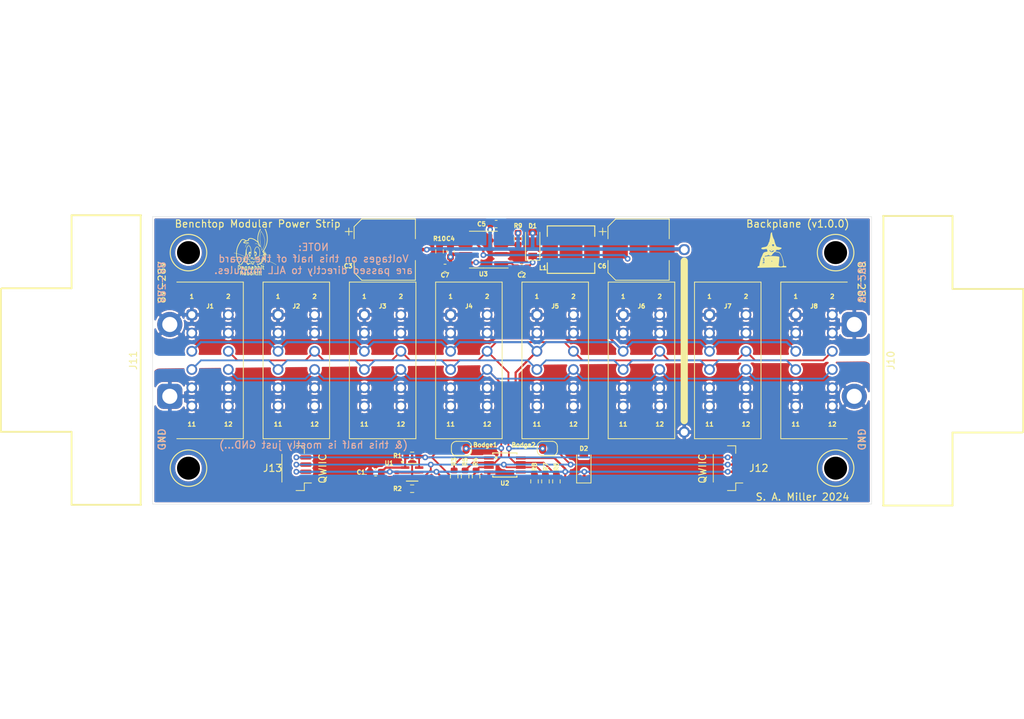
<source format=kicad_pcb>
(kicad_pcb (version 20211014) (generator pcbnew)
  (title_block (title "Benchtop Modular Power Strip") (date "2024") (rev "1.0.0") (company "S. A. Miller") (comment 1 "Backplane"))
  (layers (0 "F.Cu" signal) (31 "B.Cu" signal) (34 "B.Paste" user) (35 "F.Paste" user) (36 "B.SilkS" user "B.Silkscreen") (37 "F.SilkS" user "F.Silkscreen") (38 "B.Mask" user) (39 "F.Mask" user) (44 "Edge.Cuts" user))
  (net 0 "")
  (net 1 "GND")
  (net 2 "D0")
  (net 3 "Vin")
  (net 4 "Net-(R8-Pad2)")
  (net 5 "I2C-Vcc")
  (net 6 "SDA")
  (net 7 "SCL")
  (net 8 "SDA_")
  (net 9 "SCL_")
  (net 10 "Net-(R3-Pad2)")
  (net 11 "/BOOT")
  (net 12 "/LX")
  (net 13 "/COMP")
  (net 14 "/SS")
  (net 15 "Net-(C7-Pad1)")
  (net 16 "/ROSC")
  (net 17 "GND1")
  (net 18 "I2C-Vcc_")
  (footprint "Resistor_SMD:R_0603_1608Metric" (layer "F.Cu") (at 104.648 116.84 90)
    (fp_text reference "R7")
    (fp_text value "10k")
  )
  (footprint "tinker:CONN-TH_12P-P2.54_WINGTAT_ED12BGFBK" (layer "F.Cu") (at 118 100 90)
    (fp_text reference "J6")
    (fp_text value "802-S-12-S-R")
  )
  (footprint "tinker:CONN-TH_12P-P2.54_WINGTAT_ED12BGFBK" (layer "F.Cu") (at 106 100 90)
    (fp_text reference "J5")
    (fp_text value "802-S-12-S-R")
  )
  (footprint "Capacitor_SMD:C_0603_1608Metric" (layer "F.Cu") (at 81.026 115.57 180)
    (fp_text reference "C1")
    (fp_text value "10nF")
  )
  (footprint "tinker:DagNabbit" (layer "F.Cu") (at 64.008 84.836)
    (fp_text reference "REF**" hide)
    (fp_text value "DagNabbit" hide)
  )
  (footprint "tinker:Mount" (layer "F.Cu") (at 55 115)
    (fp_text reference "REF**" hide)
    (fp_text value "Mount" hide)
  )
  (footprint "Resistor_SMD:R_0603_1608Metric" (layer "F.Cu") (at 89.916 84.836 -90)
    (fp_text reference "R10")
    (fp_text value "47K")
  )
  (footprint "tinker:CONN-TH_KF58RM-10.0-2P" (layer "F.Cu") (at 52.4 100 90)
    (fp_text reference "J11")
    (fp_text value "Conn_01x02")
  )
  (footprint "Diode_SMD:D_SOD-123" (layer "F.Cu") (at 102.87 83.82 90)
    (fp_text reference "D1")
    (fp_text value "DSK24")
  )
  (footprint "tinker:CONN-TH_12P-P2.54_WINGTAT_ED12BGFBK" (layer "F.Cu") (at 142 100 90)
    (fp_text reference "J8")
    (fp_text value "802-S-12-S-R")
  )
  (footprint "tinker:Mount" (layer "F.Cu") (at 55 85)
    (fp_text reference "REF**" hide)
    (fp_text value "Mount" hide)
  )
  (footprint "Diode_SMD:D_SOD-123" (layer "F.Cu") (at 109.982 114.808 90)
    (fp_text reference "D2")
    (fp_text value "DSK24")
  )
  (footprint "Capacitor_SMD:C_0603_1608Metric" (layer "F.Cu") (at 91.44 84.836 -90)
    (fp_text reference "C4")
    (fp_text value "100pF")
  )
  (footprint "tinker:CONN-TH_12P-P2.54_WINGTAT_ED12BGFBK" (layer "F.Cu") (at 70 100 90)
    (fp_text reference "J2")
    (fp_text value "802-S-12-S-R")
  )
  (footprint "Resistor_SMD:R_0603_1608Metric" (layer "F.Cu") (at 103.123999 116.84 90)
    (fp_text reference "R8")
    (fp_text value "10k")
  )
  (footprint "Resistor_SMD:R_0603_1608Metric" (layer "F.Cu") (at 93.472 116.141 90)
    (fp_text reference "R5")
    (fp_text value "10k")
  )
  (footprint "Jumper:SolderJumper-2_P1.3mm_Open_RoundedPad1.0x1.5mm" (layer "F.Cu") (at 92.964 112.268)
    (fp_text reference "Bodge1")
    (fp_text value "SolderJumper_2_Open")
  )
  (footprint "Capacitor_SMD:CP_Elec_8x10" (layer "F.Cu") (at 82.296 84.582)
    (fp_text reference "C3")
    (fp_text value "330uF")
  )
  (footprint "Resistor_SMD:R_0603_1608Metric" (layer "F.Cu") (at 94.995999 116.140999 90)
    (fp_text reference "R4")
    (fp_text value "10k")
  )
  (footprint "Package_SO:SOIC-8_3.9x4.9mm_P1.27mm" (layer "F.Cu") (at 96.012 84.582 180)
    (fp_text reference "U3")
    (fp_text value "TPS5403")
  )
  (footprint "tinker:Jumper-Wire_25mm_Blue" (layer "F.Cu") (at 123.952 109.982 90)
    (fp_text reference "JP1" hide)
    (fp_text value "Jumper Wire")
  )
  (footprint "tinker:CONN-TH_12P-P2.54_WINGTAT_ED12BGFBK" (layer "F.Cu") (at 58 100 90)
    (fp_text reference "J1")
    (fp_text value "802-S-12-S-R")
  )
  (footprint "Connector_JST:JST_SH_BM04B-SRSS-TB_1x04-1MP_P1.00mm_Vertical" (layer "F.Cu") (at 70 115 90)
    (fp_text reference "J13")
    (fp_text value "JST_SH_BM048")
  )
  (footprint "Resistor_SMD:R_0603_1608Metric" (layer "F.Cu") (at 91.947999 116.140998 90)
    (fp_text reference "R3")
    (fp_text value "10k")
  )
  (footprint "Resistor_SMD:R_0603_1608Metric" (layer "F.Cu") (at 86.106 113.284)
    (fp_text reference "R1")
    (fp_text value "10k")
  )
  (footprint "tinker:SOT-6_SC_LIT" (layer "F.Cu") (at 86.106 115.57)
    (fp_text reference "U1")
    (fp_text value "LTC4311CSC6-TRPBF" hide)
  )
  (footprint "tinker:SOIC8_DGK_TEX" (layer "F.Cu") (at 99 114.554)
    (fp_text reference "U2")
    (fp_text value "TCA4307DGKR" hide)
  )
  (footprint "tinker:CONN-TH_12P-P2.54_WINGTAT_ED12BGFBK" (layer "F.Cu") (at 130 100 90)
    (fp_text reference "J7")
    (fp_text value "802-S-12-S-R")
  )
  (footprint "tinker:Mount" (layer "F.Cu") (at 145 115)
    (fp_text reference "REF**" hide)
    (fp_text value "Mount" hide)
  )
  (footprint "Capacitor_SMD:C_0603_1608Metric" (layer "F.Cu") (at 90.678 87.122001)
    (fp_text reference "C7")
    (fp_text value "2.2nF")
  )
  (footprint "tinker:NerdMage" (layer "F.Cu") (at 136.144 84.582)
    (fp_text reference "G***" hide)
    (fp_text value "LOGO" hide)
  )
  (footprint "tinker:CONN-TH_KF58RM-10.0-2P" (layer "F.Cu") (at 147.6 100 -90)
    (fp_text reference "J10")
    (fp_text value "Conn_01x02")
  )
  (footprint "Resistor_SMD:R_0603_1608Metric" (layer "F.Cu") (at 106.171999 116.84 90)
    (fp_text reference "R6")
    (fp_text value "10k")
  )
  (footprint "tinker:Mount" (layer "F.Cu") (at 145 85)
    (fp_text reference "REF**" hide)
    (fp_text value "Mount" hide)
  )
  (footprint "Capacitor_SMD:C_0603_1608Metric" (layer "F.Cu") (at 97.79 81.026 180)
    (fp_text reference "C5")
    (fp_text value "10nF")
  )
  (footprint "Resistor_SMD:R_0603_1608Metric" (layer "F.Cu") (at 86.106 117.856)
    (fp_text reference "R2")
    (fp_text value "10k")
  )
  (footprint "tinker:IND-SMD_L7.1-W6.6" (layer "F.Cu") (at 108.204 84.582)
    (fp_text reference "L1")
    (fp_text value "L_Ferrite")
  )
  (footprint "Connector_JST:JST_SH_BM04B-SRSS-TB_1x04-1MP_P1.00mm_Vertical" (layer "F.Cu") (at 130 115 90)
    (fp_text reference "J12")
    (fp_text value "JST_SH_BM048")
  )
  (footprint "Resistor_SMD:R_0603_1608Metric" (layer "F.Cu") (at 100.838 83.058 90)
    (fp_text reference "R9")
    (fp_text value "100K")
  )
  (footprint "tinker:CONN-TH_12P-P2.54_WINGTAT_ED12BGFBK" (layer "F.Cu") (at 94 100 90)
    (fp_text reference "J4")
    (fp_text value "802-S-12-S-R")
  )
  (footprint "Jumper:SolderJumper-2_P1.3mm_Open_RoundedPad1.0x1.5mm" (layer "F.Cu") (at 104.902 112.268 180)
    (fp_text reference "Bodge2")
    (fp_text value "SolderJumper_2_Open")
  )
  (footprint "Capacitor_SMD:C_0603_1608Metric" (layer "F.Cu") (at 101.346 87.122)
    (fp_text reference "C2")
    (fp_text value "100nF")
  )
  (footprint "tinker:CONN-TH_12P-P2.54_WINGTAT_ED12BGFBK" (layer "F.Cu") (at 82 100 90)
    (fp_text reference "J3")
    (fp_text value "802-S-12-S-R")
  )
  (footprint "Capacitor_SMD:CP_Elec_8x10" (layer "F.Cu") (at 117.602 84.582)
    (fp_text reference "C6")
    (fp_text value "330uF")
  )
  (gr_line (start 150 120) (end 50 120) (layer "Edge.Cuts") (width 0.05))
  (gr_line (start 150 80) (end 150 120) (layer "Edge.Cuts") (width 0.05))
  (gr_line (start 50 80) (end 150 80) (layer "Edge.Cuts") (width 0.05))
  (gr_line (start 50 120) (end 50 80) (layer "Edge.Cuts") (width 0.05))
  (gr_text "GND" (at 51.308 110.998 90) (layer "B.SilkS") (effects (font (size 1 1)) (justify mirror)))
  (gr_text "8V-28V" (at 148.59 89.1 -90) (layer "B.SilkS") (effects (font (size 1 1)) (justify mirror)))
  (gr_text "NOTE:\nVoltages on this half of the board\nare passed directly to ALL modules." (at 72.39 85.852) (layer "B.SilkS") (effects (font (size 1 1)) (justify mirror)))
  (gr_text "(& this half is mostly just GND...)" (at 72.39 111.76) (layer "B.SilkS") (effects (font (size 1 1)) (justify mirror)))
  (gr_text "8V-28V" (at 51.308 89.154 90) (layer "B.SilkS") (effects (font (size 1 1)) (justify mirror)))
  (gr_text "GND" (at 148.59 110.998 -90) (layer "B.SilkS") (effects (font (size 1 1)) (justify mirror)))
  (gr_text "GND" (at 51.308 110.998 90) (layer "F.SilkS") (effects (font (size 1 1))))
  (gr_text "QWIIC" (at 73.66 115.062 90) (layer "F.SilkS") (effects (font (size 1 1))))
  (gr_text "${TITLE}" (at 53 81) (layer "F.SilkS") (effects (font (size 1 1)) (justify left)))
  (gr_text "8V-28V" (at 51.308 89.154 90) (layer "F.SilkS") (effects (font (size 1 1))))
  (gr_text "8V-28V" (at 148.59 89.1 -90) (layer "F.SilkS") (effects (font (size 1 1))))
  (gr_text "${COMMENT1} (v${REVISION})" (at 147 81) (layer "F.SilkS") (effects (font (size 1 1)) (justify right)))
  (gr_text "${COMPANY} ${ISSUE_DATE}" (at 147 119) (layer "F.SilkS") (effects (font (size 1 1)) (justify right)))
  (gr_text "GND" (at 148.59 110.998 -90) (layer "F.SilkS") (effects (font (size 1 1))))
  (gr_text "QWIIC" (at 126.492 115.062 90) (layer "F.SilkS") (effects (font (size 1 1))))
  (segment (start 102.19 100) (end 103.46 101.27) (width 0.25) (layer "B.Cu") (net 2))
  (segment (start 138.19 100) (end 139.46 101.27) (width 0.25) (layer "B.Cu") (net 2))
  (segment (start 91.46 101.27) (end 92.73 100) (width 0.25) (layer "B.Cu") (net 2))
  (segment (start 68.73 100) (end 78.19 100) (width 0.25) (layer "B.Cu") (net 2))
  (segment (start 90.19 100) (end 91.46 101.27) (width 0.25) (layer "B.Cu") (net 2))
  (segment (start 56.73 100) (end 66.19 100) (width 0.25) (layer "B.Cu") (net 2))
  (segment (start 126.19 100) (end 127.46 101.27) (width 0.25) (layer "B.Cu") (net 2))
  (segment (start 104.73 100) (end 114.19 100) (width 0.25) (layer "B.Cu") (net 2))
  (segment (start 55.46 101.27) (end 56.73 100) (width 0.25) (layer "B.Cu") (net 2))
  (segment (start 78.19 100) (end 79.5475 101.3575) (width 0.25) (layer "B.Cu") (net 2))
  (segment (start 127.46 101.27) (end 128.73 100) (width 0.25) (layer "B.Cu") (net 2))
  (segment (start 114.19 100) (end 115.46 101.27) (width 0.25) (layer "B.Cu") (net 2))
  (segment (start 79.5475 101.3575) (end 80.905 100) (width 0.25) (layer "B.Cu") (net 2))
  (segment (start 116.73 100) (end 126.19 100) (width 0.25) (layer "B.Cu") (net 2))
  (segment (start 92.73 100) (end 102.19 100) (width 0.25) (layer "B.Cu") (net 2))
  (segment (start 128.73 100) (end 138.19 100) (width 0.25) (layer "B.Cu") (net 2))
  (segment (start 66.19 100) (end 67.46 101.27) (width 0.25) (layer "B.Cu") (net 2))
  (segment (start 67.46 101.27) (end 68.73 100) (width 0.25) (layer "B.Cu") (net 2))
  (segment (start 115.46 101.27) (end 116.73 100) (width 0.25) (layer "B.Cu") (net 2))
  (segment (start 103.46 101.27) (end 104.73 100) (width 0.25) (layer "B.Cu") (net 2))
  (segment (start 80.905 100) (end 90.19 100) (width 0.25) (layer "B.Cu") (net 2))
  (segment (start 102.637978 115.528979) (end 103.123999 116.015) (width 0.25) (layer "F.Cu") (net 4))
  (segment (start 101.1209 115.528979) (end 102.637978 115.528979) (width 0.25) (layer "F.Cu") (net 4))
  (segment (start 100.5 108.034) (end 100.5 101.69) (width 0.3) (layer "F.Cu") (net 5))
  (segment (start 115.46 98.73) (end 112.014 95.284) (width 0.3) (layer "F.Cu") (net 5))
  (segment (start 107.822 110.744) (end 103.124 110.744) (width 0.3) (layer "F.Cu") (net 5))
  (segment (start 96.012 84.739893) (end 93.949107 82.677) (width 0.3) (layer "F.Cu") (net 5))
  (segment (start 109.982 113.158) (end 109.982 112.904) (width 0.3) (layer "F.Cu") (net 5))
  (segment (start 100.5 101.69) (end 103.46 98.73) (width 0.3) (layer "F.Cu") (net 5))
  (segment (start 93.949107 82.677) (end 93.537 82.677) (width 0.3) (layer "F.Cu") (net 5))
  (segment (start 109.982 112.904) (end 107.822 110.744) (width 0.3) (layer "F.Cu") (net 5))
  (segment (start 114.808 84.582) (end 111.114 84.582) (width 0.3) (layer "F.Cu") (net 5))
  (segment (start 112.014 95.284) (end 112.014 89.176) (width 0.3) (layer "F.Cu") (net 5))
  (segment (start 96.012 85.344) (end 96.012 84.739893) (width 0.3) (layer "F.Cu") (net 5))
  (segment (start 116.078 85.852) (end 114.808 84.582) (width 0.3) (layer "F.Cu") (net 5))
  (segment (start 103.124 110.744) (end 103.124 110.658) (width 0.3) (layer "F.Cu") (net 5))
  (segment (start 114.808 84.582) (end 114.352 84.582) (width 0.3) (layer "F.Cu") (net 5))
  (segment (start 103.124 110.658) (end 100.5 108.034) (width 0.3) (layer "F.Cu") (net 5))
  (segment (start 112.014 89.176) (end 111.114 88.276) (width 0.3) (layer "F.Cu") (net 5))
  (segment (start 111.114 88.276) (end 111.114 84.582) (width 0.3) (layer "F.Cu") (net 5))
  (via (at 96.012 85.344) (size 0.8) (drill 0.4) (layers "F.Cu" "B.Cu") (net 5))
  (via (at 116.078 85.852) (size 0.8) (drill 0.4) (layers "F.Cu" "B.Cu") (net 5))
  (segment (start 91.46 98.73) (end 90.19 97.46) (width 0.3) (layer "B.Cu") (net 5))
  (segment (start 137.592 97.46) (end 128.73 97.46) (width 0.3) (layer "B.Cu") (net 5))
  (segment (start 67.46 98.73) (end 66.19 97.46) (width 0.3) (layer "B.Cu") (net 5))
  (segment (start 104.73 97.46) (end 103.46 98.73) (width 0.3) (layer "B.Cu") (net 5))
  (segment (start 68.73 97.46) (end 67.46 98.73) (width 0.3) (layer "B.Cu") (net 5))
  (segment (start 116.73 97.46) (end 115.46 98.73) (width 0.3) (layer "B.Cu") (net 5))
  (segment (start 56.73 97.46) (end 55.46 98.73) (width 0.3) (layer "B.Cu") (net 5))
  (segment (start 66.19 97.46) (end 56.73 97.46) (width 0.3) (layer "B.Cu") (net 5))
  (segment (start 90.19 97.46) (end 80.73 97.46) (width 0.3) (layer "B.Cu") (net 5))
  (segment (start 102.19 97.46) (end 92.73 97.46) (width 0.3) (layer "B.Cu") (net 5))
  (segment (start 96.012 85.344) (end 115.57 85.344) (width 0.3) (layer "B.Cu") (net 5))
  (segment (start 138.19 97.46) (end 137.592 97.46) (width 0.3) (layer "B.Cu") (net 5))
  (segment (start 115.57 85.344) (end 116.078 85.852) (width 0.3) (layer "B.Cu") (net 5))
  (segment (start 115.46 98.73) (end 114.19 97.46) (width 0.3) (layer "B.Cu") (net 5))
  (segment (start 114.19 97.46) (end 104.73 97.46) (width 0.3) (layer "B.Cu") (net 5))
  (segment (start 128.73 97.46) (end 127.46 98.73) (width 0.3) (layer "B.Cu") (net 5))
  (segment (start 78.19 97.46) (end 68.73 97.46) (width 0.3) (layer "B.Cu") (net 5))
  (segment (start 79.46 98.73) (end 78.19 97.46) (width 0.3) (layer "B.Cu") (net 5))
  (segment (start 92.73 97.46) (end 91.46 98.73) (width 0.3) (layer "B.Cu") (net 5))
  (segment (start 80.73 97.46) (end 79.46 98.73) (width 0.3) (layer "B.Cu") (net 5))
  (segment (start 103.46 98.73) (end 102.19 97.46) (width 0.3) (layer "B.Cu") (net 5))
  (segment (start 126.19 97.46) (end 116.73 97.46) (width 0.3) (layer "B.Cu") (net 5))
  (segment (start 127.46 98.73) (end 126.19 97.46) (width 0.3) (layer "B.Cu") (net 5))
  (segment (start 139.46 98.73) (end 138.19 97.46) (width 0.3) (layer "B.Cu") (net 5))
  (segment (start 99.568 113.425421) (end 99.568 112.268) (width 0.25) (layer "F.Cu") (net 6))
  (segment (start 99.5 112.2) (end 99.5 101.69) (width 0.25) (layer "F.Cu") (net 6))
  (segment (start 107.27 97.46) (end 108.54 98.73) (width 0.25) (layer "F.Cu") (net 6))
  (segment (start 71.27 100) (end 61.81 100) (width 0.25) (layer "F.Cu") (net 6))
  (segment (start 72.54 98.73) (end 73.81 100) (width 0.25) (layer "F.Cu") (net 6))
  (segment (start 133.81 100) (end 132.54 98.73) (width 0.25) (layer "F.Cu") (net 6))
  (segment (start 144.54 98.73) (end 143.27 100) (width 0.25) (layer "F.Cu") (net 6))
  (segment (start 83.27 100) (end 84.54 98.73) (width 0.25) (layer "F.Cu") (net 6))
  (segment (start 85.81 100) (end 95.27 100) (width 0.25) (layer "F.Cu") (net 6))
  (segment (start 121.81 100) (end 131.27 100) (width 0.25) (layer "F.Cu") (net 6))
  (segment (start 73.81 100) (end 83.27 100) (width 0.25) (layer "F.Cu") (net 6))
  (segment (start 95.27 100) (end 96.54 98.73) (width 0.25) (layer "F.Cu") (net 6))
  (segment (start 84.54 98.73) (end 85.81 100) (width 0.25) (layer "F.Cu") (net 6))
  (segment (start 100.371586 114.229007) (end 99.568 113.425421) (width 0.25) (layer "F.Cu") (net 6))
  (segment (start 104.386006 114.229007) (end 100.371586 114.229007) (width 0.25) (layer "F.Cu") (net 6))
  (segment (start 97.81 97.46) (end 107.27 97.46) (width 0.25) (layer "F.Cu") (net 6))
  (segment (start 120.54 98.73) (end 121.81 100) (width 0.25) (layer "F.Cu") (net 6))
  (segment (start 99.568 112.268) (end 99.5 112.2) (width 0.25) (layer "F.Cu") (net 6))
  (segment (start 61.81 100) (end 60.54 98.73) (width 0.25) (layer "F.Cu") (net 6))
  (segment (start 99.5 101.69) (end 96.54 98.73) (width 0.25) (layer "F.Cu") (net 6))
  (segment (start 106.171999 116.015) (end 104.386006 114.229007) (width 0.25) (layer "F.Cu") (net 6))
  (segment (start 72.54 98.73) (end 71.27 100) (width 0.25) (layer "F.Cu") (net 6))
  (segment (start 108.54 98.73) (end 109.81 100) (width 0.25) (layer "F.Cu") (net 6))
  (segment (start 96.54 98.73) (end 97.81 97.46) (width 0.25) (layer "F.Cu") (net 6))
  (segment (start 143.27 100) (end 133.81 100) (width 0.25) (layer "F.Cu") (net 6))
  (segment (start 109.81 100) (end 119.27 100) (width 0.25) (layer "F.Cu") (net 6))
  (segment (start 131.27 100) (end 132.54 98.73) (width 0.25) (layer "F.Cu") (net 6))
  (segment (start 119.27 100) (end 120.54 98.73) (width 0.25) (layer "F.Cu") (net 6))
  (via (at 99.568 112.268) (size 0.8) (drill 0.4) (layers "F.Cu" "B.Cu") (net 6))
  (via (at 104.252 112.268) (size 0.8) (drill 0.4) (layers "F.Cu" "B.Cu") (net 6))
  (segment (start 99.568 112.268) (end 104.252 112.268) (width 0.25) (layer "B.Cu") (net 6))
  (segment (start 97.628414 114.229007) (end 94.558993 114.229007) (width 0.25) (layer "F.Cu") (net 7))
  (segment (start 94.558993 114.229007) (end 93.472 115.316) (width 0.25) (layer "F.Cu") (net 7))
  (segment (start 98.5 103.23) (end 96.54 101.27) (width 0.25) (layer "F.Cu") (net 7))
  (segment (start 98.5 112.216) (end 98.5 113.357421) (width 0.25) (layer "F.Cu") (net 7))
  (segment (start 98.5 113.357421) (end 97.628414 114.229007) (width 0.25) (layer "F.Cu") (net 7))
  (segment (start 98.5 112.216) (end 98.5 103.23) (width 0.25) (layer "F.Cu") (net 7))
  (via (at 98.5 112.216) (size 0.8) (drill 0.4) (layers "F.Cu" "B.Cu") (net 7))
  (via (at 93.614 112.268) (size 0.8) (drill 0.4) (layers "F.Cu" "B.Cu") (net 7))
  (segment (start 120.54 101.27) (end 121.81 102.54) (width 0.25) (layer "B.Cu") (net 7))
  (segment (start 133.81 102.54) (end 143.27 102.54) (width 0.25) (layer "B.Cu") (net 7))
  (segment (start 95.27 102.54) (end 96.54 101.27) (width 0.25) (layer "B.Cu") (net 7))
  (segment (start 72.54 101.27) (end 73.81 102.54) (width 0.25) (layer "B.Cu") (net 7))
  (segment (start 96.54 101.27) (end 97.81 102.54) (width 0.25) (layer "B.Cu") (net 7))
  (segment (start 84.54 101.27) (end 85.81 102.54) (width 0.25) (layer "B.Cu") (net 7))
  (segment (start 93.614 112.268) (end 98.448 112.268) (width 0.25) (layer "B.Cu") (net 7))
  (segment (start 83.27 102.54) (end 84.54 101.27) (width 0.25) (layer "B.Cu") (net 7))
  (segment (start 60.54 101.27) (end 61.81 102.54) (width 0.25) (layer "B.Cu") (net 7))
  (segment (start 61.81 102.54) (end 71.27 102.54) (width 0.25) (layer "B.Cu") (net 7))
  (segment (start 71.27 102.54) (end 72.54 101.27) (width 0.25) (layer "B.Cu") (net 7))
  (segment (start 121.81 102.54) (end 131.27 102.54) (width 0.25) (layer "B.Cu") (net 7))
  (segment (start 73.81 102.54) (end 83.27 102.54) (width 0.25) (layer "B.Cu") (net 7))
  (segment (start 85.81 102.54) (end 95.27 102.54) (width 0.25) (layer "B.Cu") (net 7))
  (segment (start 108.54 101.27) (end 109.81 102.54) (width 0.25) (layer "B.Cu") (net 7))
  (segment (start 109.81 102.54) (end 119.27 102.54) (width 0.25) (layer "B.Cu") (net 7))
  (segment (start 119.27 102.54) (end 120.54 101.27) (width 0.25) (layer "B.Cu") (net 7))
  (segment (start 131.27 102.54) (end 132.54 101.27) (width 0.25) (layer "B.Cu") (net 7))
  (segment (start 107.27 102.54) (end 108.54 101.27) (width 0.25) (layer "B.Cu") (net 7))
  (segment (start 132.54 101.27) (end 133.81 102.54) (width 0.25) (layer "B.Cu") (net 7))
  (segment (start 143.27 102.54) (end 144.48 101.33) (width 0.25) (layer "B.Cu") (net 7))
  (segment (start 97.81 102.54) (end 107.27 102.54) (width 0.25) (layer "B.Cu") (net 7))
  (segment (start 98.448 112.268) (end 98.5 112.216) (width 0.25) (layer "B.Cu") (net 7))
  (segment (start 131.325 114.5) (end 130 114.5) (width 0.25) (layer "F.Cu") (net 8))
  (segment (start 87.076001 116.219999) (end 87.742001 116.219999) (width 0.25) (layer "F.Cu") (net 8))
  (segment (start 86.931 117.856) (end 87.076001 117.710999) (width 0.25) (layer "F.Cu") (net 8))
  (segment (start 103.511993 114.878993) (end 101.1209 114.878993) (width 0.25) (layer "F.Cu") (net 8))
  (segment (start 104.648 116.015) (end 103.511993 114.878993) (width 0.25) (layer "F.Cu") (net 8))
  (segment (start 99.238993 114.878993) (end 101.21615 114.878993) (width 0.25) (layer "F.Cu") (net 8))
  (segment (start 105.918 112.268) (end 105.552 112.268) (width 0.25) (layer "F.Cu") (net 8))
  (segment (start 87.742001 116.219999) (end 88.7 115.262) (width 0.25) (layer "F.Cu") (net 8))
  (segment (start 98.86 114.5) (end 99.238993 114.878993) (width 0.25) (layer "F.Cu") (net 8))
  (segment (start 108.15 114.5) (end 105.918 112.268) (width 0.25) (layer "F.Cu") (net 8))
  (segment (start 88.7 114.5) (end 88.7 115.262) (width 0.25) (layer "F.Cu") (net 8))
  (segment (start 71.325 114.5) (end 70 114.5) (width 0.25) (layer "F.Cu") (net 8))
  (segment (start 87.076001 117.710999) (end 87.076001 116.219999) (width 0.25) (layer "F.Cu") (net 8))
  (via (at 98.86 114.5) (size 0.8) (drill 0.4) (layers "F.Cu" "B.Cu") (net 8))
  (via (at 88.7 114.5) (size 0.8) (drill 0.4) (layers "F.Cu" "B.Cu") (net 8))
  (via (at 70 114.5) (size 0.8) (drill 0.4) (layers "F.Cu" "B.Cu") (net 8))
  (via (at 130 114.5) (size 0.8) (drill 0.4) (layers "F.Cu" "B.Cu") (net 8))
  (via (at 108.15 114.5) (size 0.8) (drill 0.4) (layers "F.Cu" "B.Cu") (net 8))
  (segment (start 98.86 114.5) (end 108.15 114.5) (width 0.25) (layer "B.Cu") (net 8))
  (segment (start 70 114.5) (end 88.7 114.5) (width 0.25) (layer "B.Cu") (net 8))
  (segment (start 108.15 114.5) (end 130 114.5) (width 0.25) (layer "B.Cu") (net 8))
  (segment (start 88.7 114.5) (end 98.86 114.5) (width 0.25) (layer "B.Cu") (net 8))
  (segment (start 87.076001 113.429001) (end 87.076001 114.920001) (width 0.25) (layer "F.Cu") (net 9))
  (segment (start 86.931 113.284) (end 87.076001 113.429001) (width 0.25) (layer "F.Cu") (net 9))
  (segment (start 87.922 113.5) (end 88.862 113.5) (width 0.25) (layer "F.Cu") (net 9))
  (segment (start 91.44 116.078) (end 94.488 116.078) (width 0.25) (layer "F.Cu") (net 9))
  (segment (start 71.325 113.5) (end 70 113.5) (width 0.25) (layer "F.Cu") (net 9))
  (segment (start 88.796 113.5) (end 90.028 112.268) (width 0.25) (layer "F.Cu") (net 9))
  (segment (start 90.028 112.268) (end 92.314 112.268) (width 0.25) (layer "F.Cu") (net 9))
  (segment (start 95.433005 114.878993) (end 94.995999 115.315999) (width 0.25) (layer "F.Cu") (net 9))
  (segment (start 94.488 116.078) (end 94.995999 115.570001) (width 0.25) (layer "F.Cu") (net 9))
  (segment (start 131.325 113.5) (end 130 113.5) (width 0.25) (layer "F.Cu") (net 9))
  (segment (start 87.706 113.284) (end 86.931 113.284) (width 0.25) (layer "F.Cu") (net 9))
  (segment (start 94.995999 115.570001) (end 94.995999 115.315999) (width 0.25) (layer "F.Cu") (net 9))
  (segment (start 88.862 113.5) (end 91.44 116.078) (width 0.25) (layer "F.Cu") (net 9))
  (segment (start 87.922 113.5) (end 88.796 113.5) (width 0.25) (layer "F.Cu") (net 9))
  (segment (start 87.922 113.5) (end 87.706 113.284) (width 0.25) (layer "F.Cu") (net 9))
  (segment (start 96.8791 114.878993) (end 95.433005 114.878993) (width 0.25) (layer "F.Cu") (net 9))
  (via (at 70 113.5) (size 0.8) (drill 0.4) (layers "F.Cu" "B.Cu") (net 9))
  (via (at 87.922 113.5) (size 0.8) (drill 0.4) (layers "F.Cu" "B.Cu") (net 9))
  (via (at 130 113.5) (size 0.8) (drill 0.4) (layers "F.Cu" "B.Cu") (net 9))
  (segment (start 130 113.5) (end 70 113.5) (width 0.25) (layer "B.Cu") (net 9))
  (segment (start 91.947999 114.554001) (end 91.947999 115.315998) (width 0.25) (layer "F.Cu") (net 10))
  (segment (start 96.8791 113.579021) (end 92.922979 113.579021) (width 0.25) (layer "F.Cu") (net 10))
  (segment (start 92.922979 113.579021) (end 91.947999 114.554001) (width 0.25) (layer "F.Cu") (net 10))
  (segment (start 99.936 86.487) (end 100.571 87.122) (width 0.25) (layer "F.Cu") (net 11))
  (segment (start 98.487 86.487) (end 99.936 86.487) (width 0.25) (layer "F.Cu") (net 11))
  (segment (start 94.996 86.36) (end 93.664 86.36) (width 0.25) (layer "F.Cu") (net 12))
  (segment (start 104.786 84.582) (end 103.898 85.47) (width 0.25) (layer "F.Cu") (net 12))
  (segment (start 93.664 86.36) (end 93.537 86.487) (width 0.25) (layer "F.Cu") (net 12))
  (segment (start 102.87 85.47) (end 102.87 86.36) (width 0.25) (layer "F.Cu") (net 12))
  (segment (start 102.87 86.373) (end 102.121 87.122) (width 0.25) (layer "F.Cu") (net 12))
  (segment (start 102.87 86.36) (end 102.87 86.373) (width 0.25) (layer "F.Cu") (net 12))
  (segment (start 103.898 85.47) (end 102.87 85.47) (width 0.25) (layer "F.Cu") (net 12))
  (segment (start 105.294 84.582) (end 104.786 84.582) (width 0.25) (layer "F.Cu") (net 12))
  (via (at 102.87 86.36) (size 0.8) (drill 0.4) (layers "F.Cu" "B.Cu") (net 12))
  (via (at 94.996 86.36) (size 0.8) (drill 0.4) (layers "F.Cu" "B.Cu") (net 12))
  (segment (start 94.996 86.36) (end 102.87 86.36) (width 0.25) (layer "B.Cu") (net 12))
  (segment (start 93.537 83.947) (end 89.98 83.947) (width 0.25) (layer "F.Cu") (net 13))
  (segment (start 89.98 83.947) (end 89.916 84.011) (width 0.25) (layer "F.Cu") (net 13))
  (segment (start 98.565 81.026) (end 98.565 82.599) (width 0.25) (layer "F.Cu") (net 14))
  (segment (start 98.565 82.599) (end 98.487 82.677) (width 0.25) (layer "F.Cu") (net 14))
  (segment (start 89.916 87.109001) (end 89.903 87.122001) (width 0.25) (layer "F.Cu") (net 15))
  (segment (start 89.916 85.661) (end 89.916 87.109001) (width 0.25) (layer "F.Cu") (net 15))
  (segment (start 98.487 83.947) (end 100.774 83.947) (width 0.25) (layer "F.Cu") (net 16))
  (segment (start 100.774 83.947) (end 100.838 83.883) (width 0.25) (layer "F.Cu") (net 16))
  (segment (start 85.852 84.582) (end 85.8 84.53) (width 0.5) (layer "F.Cu") (net 17))
  (segment (start 96.957786 81.083214) (end 97.015 81.026) (width 0.5) (layer "F.Cu") (net 17))
  (segment (start 91.44 87.109001) (end 91.453 87.122001) (width 0.5) (layer "F.Cu") (net 17))
  (segment (start 88.138 84.582) (end 85.852 84.582) (width 0.5) (layer "F.Cu") (net 17))
  (segment (start 91.821 85.217) (end 91.44 85.598) (width 0.5) (layer "F.Cu") (net 17))
  (segment (start 91.44 85.598) (end 91.44 87.109001) (width 0.5) (layer "F.Cu") (net 17))
  (segment (start 93.537 85.217) (end 91.821 85.217) (width 0.5) (layer "F.Cu") (net 17))
  (segment (start 123.952 84.582) (end 120.852 84.582) (width 0.5) (layer "F.Cu") (net 17))
  (segment (start 96.957786 81.788) (end 96.957786 81.083214) (width 0.5) (layer "F.Cu") (net 17))
  (via (at 102.87 82.296) (size 0.8) (drill 0.4) (layers "F.Cu" "B.Cu") (net 17))
  (via (at 96.957786 81.788) (size 0.8) (drill 0.4) (layers "F.Cu" "B.Cu") (net 17))
  (via (at 91.44 85.598) (size 0.8) (drill 0.4) (layers "F.Cu" "B.Cu") (net 17))
  (via (at 88.138 84.582) (size 0.8) (drill 0.4) (layers "F.Cu" "B.Cu") (net 17))
  (via (at 100.838 82.296) (size 0.8) (drill 0.4) (layers "F.Cu" "B.Cu") (net 17))
  (segment (start 91.352 84.494) (end 96.94 84.494) (width 0.5) (layer "B.Cu") (net 17))
  (segment (start 103.036 84.494) (end 123.864 84.494) (width 0.5) (layer "B.Cu") (net 17))
  (segment (start 123.864 84.494) (end 123.952 84.582) (width 0.5) (layer "B.Cu") (net 17))
  (segment (start 96.957786 81.788) (end 96.94 81.805786) (width 0.5) (layer "B.Cu") (net 17))
  (segment (start 101.004 84.494) (end 103.036 84.494) (width 0.5) (layer "B.Cu") (net 17))
  (segment (start 88.138 84.582) (end 88.226 84.494) (width 0.5) (layer "B.Cu") (net 17))
  (segment (start 102.87 84.328) (end 103.036 84.494) (width 0.5) (layer "B.Cu") (net 17))
  (segment (start 91.44 84.582) (end 91.352 84.494) (width 0.5) (layer "B.Cu") (net 17))
  (segment (start 100.838 84.328) (end 101.004 84.494) (width 0.5) (layer "B.Cu") (net 17))
  (segment (start 88.226 84.494) (end 91.352 84.494) (width 0.5) (layer "B.Cu") (net 17))
  (segment (start 100.838 82.296) (end 100.838 84.328) (width 0.5) (layer "B.Cu") (net 17))
  (segment (start 96.94 81.805786) (end 96.94 84.494) (width 0.5) (layer "B.Cu") (net 17))
  (segment (start 91.44 85.598) (end 91.44 84.582) (width 0.5) (layer "B.Cu") (net 17))
  (segment (start 102.87 82.296) (end 102.87 84.328) (width 0.5) (layer "B.Cu") (net 17))
  (segment (start 96.94 84.494) (end 101.004 84.494) (width 0.5) (layer "B.Cu") (net 17))
  (segment (start 85.135999 116.219999) (end 82.450999 116.219999) (width 0.3) (layer "F.Cu") (net 18))
  (segment (start 106.171999 117.665) (end 103.123999 117.665) (width 0.3) (layer "F.Cu") (net 18))
  (segment (start 94.995999 116.965999) (end 91.947999 116.965998) (width 0.3) (layer "F.Cu") (net 18))
  (segment (start 85.281 117.856) (end 85.135999 117.710999) (width 0.3) (layer "F.Cu") (net 18))
  (segment (start 71.325 115.5) (end 70 115.5) (width 0.3) (layer "F.Cu") (net 18))
  (segment (start 110.052 115.5) (end 110.052 116.388) (width 0.3) (layer "F.Cu") (net 18))
  (segment (start 107.4 116.436999) (end 106.171999 117.665) (width 0.3) (layer "F.Cu") (net 18))
  (segment (start 85.135999 114.920001) (end 82.450999 114.920001) (width 0.3) (layer "F.Cu") (net 18))
  (segment (start 89.478 115.5) (end 90.943998 116.965998) (width 0.3) (layer "F.Cu") (net 18))
  (segment (start 85.281 113.284) (end 85.135999 113.429001) (width 0.3) (layer "F.Cu") (net 18))
  (segment (start 82.450999 116.219999) (end 81.801 115.57) (width 0.3) (layer "F.Cu") (net 18))
  (segment (start 90.943998 116.965998) (end 91.947999 116.965998) (width 0.3) (layer "F.Cu") (net 18))
  (segment (start 105.880045 113.579021) (end 101.21615 113.579021) (width 0.3) (layer "F.Cu") (net 18))
  (segment (start 110.052 116.388) (end 109.982 116.458) (width 0.3) (layer "F.Cu") (net 18))
  (segment (start 131.325 115.5) (end 130 115.5) (width 0.3) (layer "F.Cu") (net 18))
  (segment (start 85.135999 117.710999) (end 85.135999 116.219999) (width 0.3) (layer "F.Cu") (net 18))
  (segment (start 81.801 115.57) (end 82.93 115.57) (width 0.3) (layer "F.Cu") (net 18))
  (segment (start 107.4 115.5) (end 107.4 115.098976) (width 0.3) (layer "F.Cu") (net 18))
  (segment (start 82.450999 114.920001) (end 81.801 115.57) (width 0.3) (layer "F.Cu") (net 18))
  (segment (start 107.4 115.098976) (end 105.880045 113.579021) (width 0.3) (layer "F.Cu") (net 18))
  (segment (start 85.135999 113.429001) (end 85.135999 114.920001) (width 0.3) (layer "F.Cu") (net 18))
  (segment (start 82.93 115.57) (end 83 115.5) (width 0.3) (layer "F.Cu") (net 18))
  (segment (start 107.4 115.5) (end 107.4 116.436999) (width 0.3) (layer "F.Cu") (net 18))
  (via (at 70 115.5) (size 0.8) (drill 0.4) (layers "F.Cu" "B.Cu") (net 18))
  (via (at 83 115.5) (size 0.8) (drill 0.4) (layers "F.Cu" "B.Cu") (net 18))
  (via (at 89.478 115.5) (size 0.8) (drill 0.4) (layers "F.Cu" "B.Cu") (net 18))
  (via (at 107.4 115.5) (size 0.8) (drill 0.4) (layers "F.Cu" "B.Cu") (net 18))
  (via (at 130 115.5) (size 0.8) (drill 0.4) (layers "F.Cu" "B.Cu") (net 18))
  (via (at 110.052 115.5) (size 0.8) (drill 0.4) (layers "F.Cu" "B.Cu") (net 18))
  (segment (start 130 115.5) (end 110.052 115.5) (width 0.3) (layer "B.Cu") (net 18))
  (segment (start 110.052 115.5) (end 70 115.5) (width 0.3) (layer "B.Cu") (net 18))
  (zone (net 1) (net_name "GND") (layer "F.Cu") (connect_pads (clearance 0.254)) (min_thickness 0.254) (fill yes (thermal_gap 0.254) (thermal_bridge_width 0.508) (smoothing fillet) (radius 1))
    (polygon (pts (xy 150.614987 120.701) (xy 49.268988 120.701) (xy 49.240981 101.143286) (xy 150.58698 100.127286)))
  )
  (zone (net 3) (net_name "Vin") (layer "F.Cu") (connect_pads (clearance 0.254)) (min_thickness 0.254) (fill yes (thermal_gap 0.254) (thermal_bridge_width 0.508) (smoothing fillet) (radius 1))
    (polygon (pts (xy 150.614987 99.238001) (xy 49.268987 99.238) (xy 49.268987 79.426001) (xy 150.614987 79.426)))
  )
  (zone (net 1) (net_name "GND") (layer "B.Cu") (connect_pads (clearance 0.254)) (min_thickness 0.254) (fill yes (thermal_gap 0.254) (thermal_bridge_width 0.508) (smoothing fillet) (radius 1))
    (polygon (pts (xy 151.188352 121.519398) (xy 48.826351 121.519398) (xy 48.798621 101.199673) (xy 151.160622 100.183673)))
  )
  (zone (net 3) (net_name "Vin") (layer "B.Cu") (connect_pads (clearance 0.254)) (min_thickness 0.254) (fill yes (thermal_gap 0.254) (thermal_bridge_width 0.508) (smoothing fillet) (radius 1))
    (polygon (pts (xy 151.122988 99.365) (xy 48.760987 99.365) (xy 48.760987 79.045001) (xy 151.122987 79.045)))
  )
)
</source>
